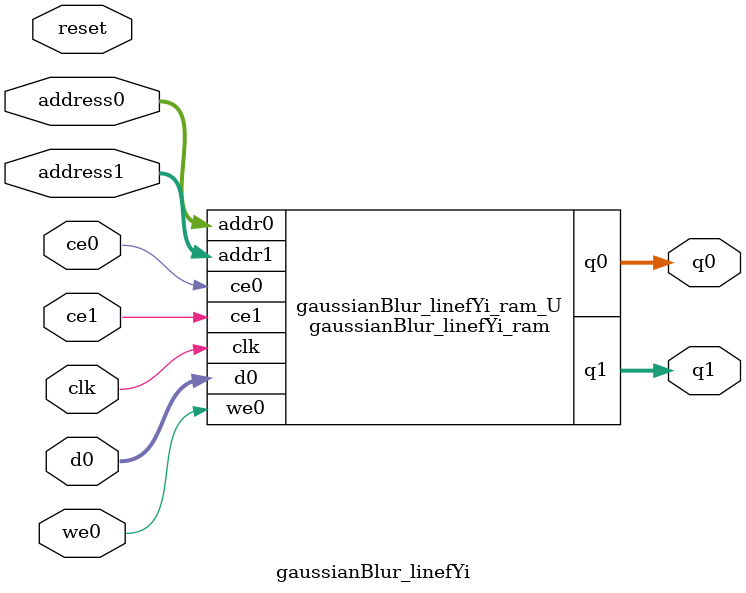
<source format=v>

`timescale 1 ns / 1 ps
module gaussianBlur_linefYi_ram (addr0, ce0, d0, we0, q0, addr1, ce1, q1,  clk);

parameter DWIDTH = 8;
parameter AWIDTH = 9;
parameter MEM_SIZE = 512;

input[AWIDTH-1:0] addr0;
input ce0;
input[DWIDTH-1:0] d0;
input we0;
output reg[DWIDTH-1:0] q0;
input[AWIDTH-1:0] addr1;
input ce1;
output reg[DWIDTH-1:0] q1;
input clk;

(* ram_style = "block" *)reg [DWIDTH-1:0] ram[0:MEM_SIZE-1];




always @(posedge clk)  
begin 
    if (ce0) 
    begin
        if (we0) 
        begin 
            ram[addr0] <= d0; 
            q0 <= d0;
        end 
        else 
            q0 <= ram[addr0];
    end
end


always @(posedge clk)  
begin 
    if (ce1) 
    begin
            q1 <= ram[addr1];
    end
end


endmodule


`timescale 1 ns / 1 ps
module gaussianBlur_linefYi(
    reset,
    clk,
    address0,
    ce0,
    we0,
    d0,
    q0,
    address1,
    ce1,
    q1);

parameter DataWidth = 32'd8;
parameter AddressRange = 32'd512;
parameter AddressWidth = 32'd9;
input reset;
input clk;
input[AddressWidth - 1:0] address0;
input ce0;
input we0;
input[DataWidth - 1:0] d0;
output[DataWidth - 1:0] q0;
input[AddressWidth - 1:0] address1;
input ce1;
output[DataWidth - 1:0] q1;



gaussianBlur_linefYi_ram gaussianBlur_linefYi_ram_U(
    .clk( clk ),
    .addr0( address0 ),
    .ce0( ce0 ),
    .d0( d0 ),
    .we0( we0 ),
    .q0( q0 ),
    .addr1( address1 ),
    .ce1( ce1 ),
    .q1( q1 ));

endmodule


</source>
